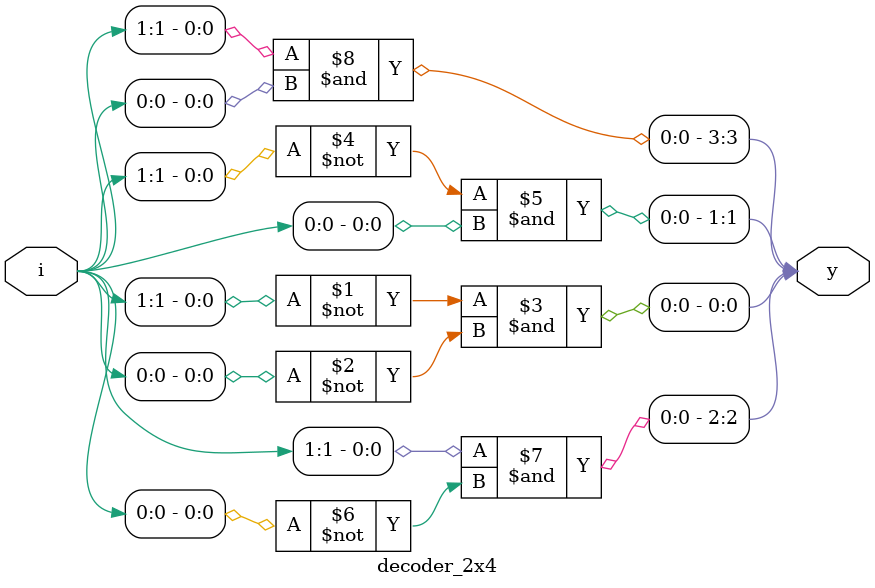
<source format=v>
module decoder_2x4(i,y);
	input [1:0] i;
	output [3:0] y;
	assign y[0]=~i[1]&~i[0];
	assign y[1]=~i[1]&i[0];
	assign y[2]=i[1]&~i[0];
	assign y[3]=i[1]& i[0];
	
endmodule

	

</source>
